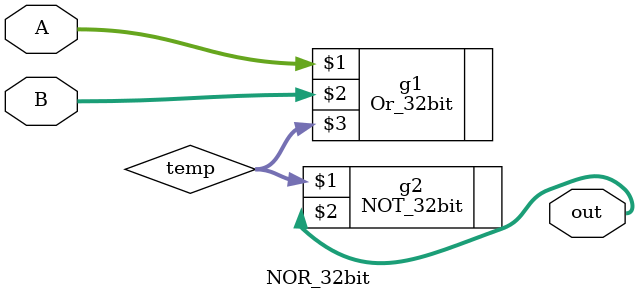
<source format=v>
`timescale 1ns / 1ps


module NOR_32bit(A,B,out);
    input [31:0] A,B;
    output [31:0] out;
    wire [31:0] temp;
    
    Or_32bit g1(A,B,temp);
    NOT_32bit g2(temp,out);
    
    
endmodule

</source>
